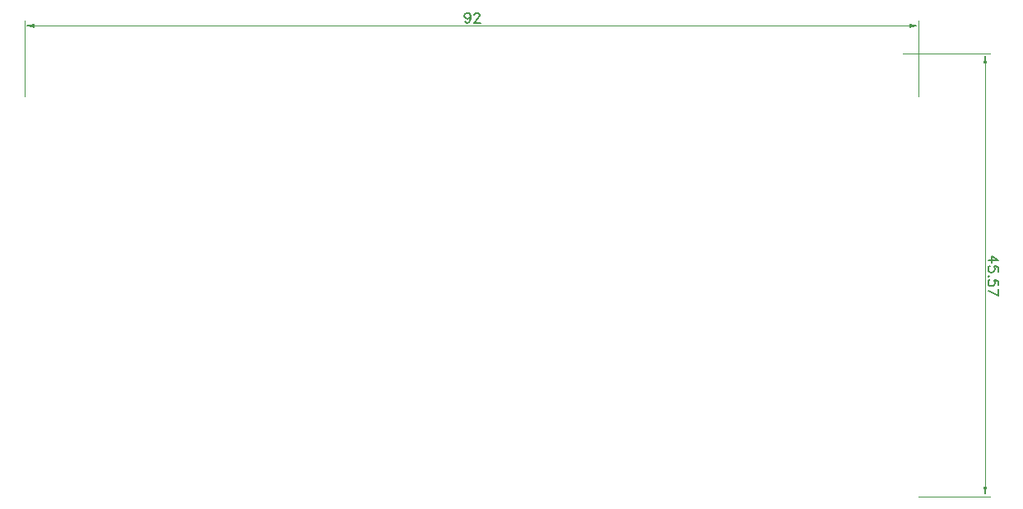
<source format=gbr>
G04 DipTrace 3.2.0.1*
G04 TopDimension.gbr*
%MOIN*%
G04 #@! TF.FileFunction,Drawing,Top*
G04 #@! TF.Part,Single*
%ADD13C,0.001378*%
%ADD58C,0.006176*%
%FSLAX26Y26*%
G04*
G70*
G90*
G75*
G01*
G04 TopDimension*
%LPD*%
X514589Y2116135D2*
D13*
Y2421197D1*
X4136636Y2116175D2*
Y2421197D1*
X2325613Y2401512D2*
X553959D1*
G36*
X514589D2*
X553959Y2409386D1*
Y2393638D1*
X514589Y2401512D1*
G37*
X2325613D2*
D13*
X4097266D1*
G36*
X4136636D2*
X4097266Y2393638D1*
Y2409386D1*
X4136636Y2401512D1*
G37*
X4072632Y2289685D2*
D13*
X4424759D1*
X4136636Y495408D2*
X4424759D1*
X4405074Y1392547D2*
Y2250315D1*
G36*
Y2289685D2*
X4412948Y2250315D1*
X4397200D1*
X4405074Y2289685D1*
G37*
Y1392547D2*
D13*
Y534778D1*
G36*
Y495408D2*
X4397200Y534778D1*
X4412948D1*
X4405074Y495408D1*
G37*
X2321574Y2440517D2*
D58*
X2319629Y2434769D1*
X2315826Y2430922D1*
X2310078Y2429021D1*
X2308177D1*
X2302429Y2430922D1*
X2298626Y2434769D1*
X2296681Y2440517D1*
Y2442419D1*
X2298626Y2448167D1*
X2302429Y2451969D1*
X2308177Y2453870D1*
X2310078D1*
X2315826Y2451969D1*
X2319629Y2448167D1*
X2321574Y2440517D1*
Y2430922D1*
X2319629Y2421372D1*
X2315826Y2415624D1*
X2310078Y2413723D1*
X2306275D1*
X2300527Y2415624D1*
X2298626Y2419471D1*
X2335871Y2444320D2*
Y2446221D1*
X2337772Y2450068D1*
X2339673Y2451969D1*
X2343520Y2453870D1*
X2351170D1*
X2354972Y2451969D1*
X2356873Y2450068D1*
X2358819Y2446221D1*
Y2442419D1*
X2356873Y2438572D1*
X2353071Y2432868D1*
X2333925Y2413723D1*
X2360720D1*
X4417285Y1451480D2*
X4457433D1*
X4430683Y1470625D1*
Y1441929D1*
X4457433Y1406630D2*
Y1425731D1*
X4440233Y1427632D1*
X4442134Y1425731D1*
X4444080Y1419983D1*
Y1414279D1*
X4442134Y1408531D1*
X4438332Y1404684D1*
X4432584Y1402783D1*
X4428781D1*
X4423033Y1404684D1*
X4419186Y1408531D1*
X4417285Y1414279D1*
Y1419983D1*
X4419186Y1425731D1*
X4421132Y1427632D1*
X4424935Y1429578D1*
X4421132Y1388530D2*
X4419186Y1390431D1*
X4417285Y1388530D1*
X4419186Y1386585D1*
X4421132Y1388530D1*
X4457433Y1351285D2*
Y1370387D1*
X4440233Y1372288D1*
X4442134Y1370387D1*
X4444080Y1364639D1*
Y1358935D1*
X4442134Y1353187D1*
X4438332Y1349340D1*
X4432584Y1347439D1*
X4428781D1*
X4423033Y1349340D1*
X4419186Y1353187D1*
X4417285Y1358935D1*
Y1364639D1*
X4419186Y1370387D1*
X4421132Y1372288D1*
X4424935Y1374233D1*
X4417285Y1327438D2*
X4457433Y1308293D1*
Y1335087D1*
M02*

</source>
